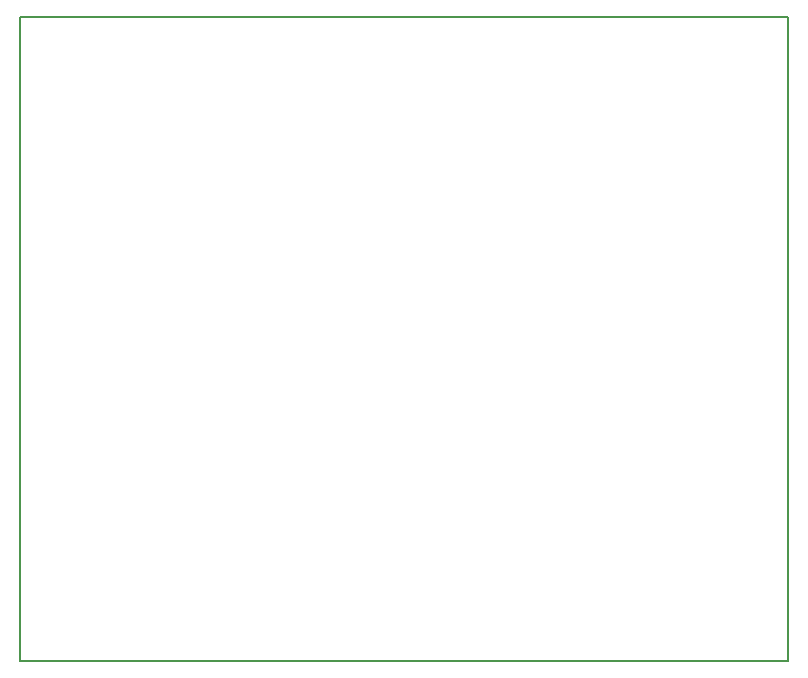
<source format=gbr>
G04 PROTEUS RS274X GERBER FILE*
%FSLAX45Y45*%
%MOMM*%
G01*
%ADD22C,0.203200*%
D22*
X+70569Y+50000D02*
X+6570569Y+50000D01*
X+6570569Y+5500000D01*
X+70569Y+5500000D01*
X+70569Y+50000D01*
M02*

</source>
